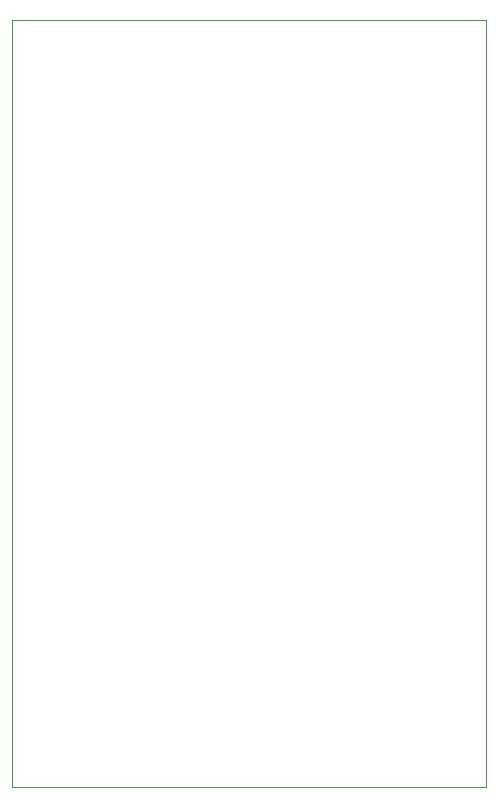
<source format=gbr>
%TF.GenerationSoftware,KiCad,Pcbnew,8.0.8*%
%TF.CreationDate,2025-01-31T12:33:27+11:00*%
%TF.ProjectId,v6_equip_joiner,76365f65-7175-4697-905f-6a6f696e6572,rev?*%
%TF.SameCoordinates,Original*%
%TF.FileFunction,Profile,NP*%
%FSLAX46Y46*%
G04 Gerber Fmt 4.6, Leading zero omitted, Abs format (unit mm)*
G04 Created by KiCad (PCBNEW 8.0.8) date 2025-01-31 12:33:27*
%MOMM*%
%LPD*%
G01*
G04 APERTURE LIST*
%TA.AperFunction,Profile*%
%ADD10C,0.050000*%
%TD*%
G04 APERTURE END LIST*
D10*
X137795000Y-36576000D02*
X177927000Y-36576000D01*
X177927000Y-101500400D01*
X137795000Y-101500400D01*
X137795000Y-36576000D01*
M02*

</source>
